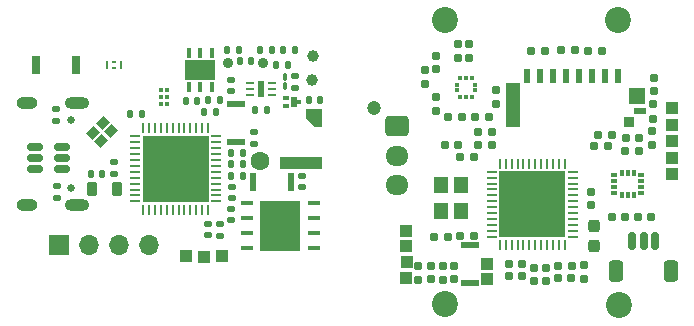
<source format=gbr>
%TF.GenerationSoftware,KiCad,Pcbnew,8.0.5*%
%TF.CreationDate,2025-02-14T01:05:17+01:00*%
%TF.ProjectId,cansatperso,63616e73-6174-4706-9572-736f2e6b6963,rev?*%
%TF.SameCoordinates,Original*%
%TF.FileFunction,Soldermask,Top*%
%TF.FilePolarity,Negative*%
%FSLAX46Y46*%
G04 Gerber Fmt 4.6, Leading zero omitted, Abs format (unit mm)*
G04 Created by KiCad (PCBNEW 8.0.5) date 2025-02-14 01:05:17*
%MOMM*%
%LPD*%
G01*
G04 APERTURE LIST*
G04 Aperture macros list*
%AMRoundRect*
0 Rectangle with rounded corners*
0 $1 Rounding radius*
0 $2 $3 $4 $5 $6 $7 $8 $9 X,Y pos of 4 corners*
0 Add a 4 corners polygon primitive as box body*
4,1,4,$2,$3,$4,$5,$6,$7,$8,$9,$2,$3,0*
0 Add four circle primitives for the rounded corners*
1,1,$1+$1,$2,$3*
1,1,$1+$1,$4,$5*
1,1,$1+$1,$6,$7*
1,1,$1+$1,$8,$9*
0 Add four rect primitives between the rounded corners*
20,1,$1+$1,$2,$3,$4,$5,0*
20,1,$1+$1,$4,$5,$6,$7,0*
20,1,$1+$1,$6,$7,$8,$9,0*
20,1,$1+$1,$8,$9,$2,$3,0*%
%AMRotRect*
0 Rectangle, with rotation*
0 The origin of the aperture is its center*
0 $1 length*
0 $2 width*
0 $3 Rotation angle, in degrees counterclockwise*
0 Add horizontal line*
21,1,$1,$2,0,0,$3*%
%AMOutline4P*
0 Free polygon, 4 corners , with rotation*
0 The origin of the aperture is its center*
0 number of corners: always 4*
0 $1 to $8 corner X, Y*
0 $9 Rotation angle, in degrees counterclockwise*
0 create outline with 4 corners*
4,1,4,$1,$2,$3,$4,$5,$6,$7,$8,$1,$2,$9*%
%AMOutline5P*
0 Free polygon, 5 corners , with rotation*
0 The origin of the aperture is its center*
0 number of corners: always 5*
0 $1 to $10 corner X, Y*
0 $11 Rotation angle, in degrees counterclockwise*
0 create outline with 5 corners*
4,1,5,$1,$2,$3,$4,$5,$6,$7,$8,$9,$10,$1,$2,$11*%
%AMOutline6P*
0 Free polygon, 6 corners , with rotation*
0 The origin of the aperture is its center*
0 number of corners: always 6*
0 $1 to $12 corner X, Y*
0 $13 Rotation angle, in degrees counterclockwise*
0 create outline with 6 corners*
4,1,6,$1,$2,$3,$4,$5,$6,$7,$8,$9,$10,$11,$12,$1,$2,$13*%
%AMOutline7P*
0 Free polygon, 7 corners , with rotation*
0 The origin of the aperture is its center*
0 number of corners: always 7*
0 $1 to $14 corner X, Y*
0 $15 Rotation angle, in degrees counterclockwise*
0 create outline with 7 corners*
4,1,7,$1,$2,$3,$4,$5,$6,$7,$8,$9,$10,$11,$12,$13,$14,$1,$2,$15*%
%AMOutline8P*
0 Free polygon, 8 corners , with rotation*
0 The origin of the aperture is its center*
0 number of corners: always 8*
0 $1 to $16 corner X, Y*
0 $17 Rotation angle, in degrees counterclockwise*
0 create outline with 8 corners*
4,1,8,$1,$2,$3,$4,$5,$6,$7,$8,$9,$10,$11,$12,$13,$14,$15,$16,$1,$2,$17*%
G04 Aperture macros list end*
%ADD10RoundRect,0.150000X0.512500X0.150000X-0.512500X0.150000X-0.512500X-0.150000X0.512500X-0.150000X0*%
%ADD11RoundRect,0.100000X0.100000X-0.217500X0.100000X0.217500X-0.100000X0.217500X-0.100000X-0.217500X0*%
%ADD12RoundRect,0.160000X0.197500X0.160000X-0.197500X0.160000X-0.197500X-0.160000X0.197500X-0.160000X0*%
%ADD13RoundRect,0.160000X-0.197500X-0.160000X0.197500X-0.160000X0.197500X0.160000X-0.197500X0.160000X0*%
%ADD14RoundRect,0.135000X0.185000X-0.135000X0.185000X0.135000X-0.185000X0.135000X-0.185000X-0.135000X0*%
%ADD15RoundRect,0.160000X-0.160000X0.197500X-0.160000X-0.197500X0.160000X-0.197500X0.160000X0.197500X0*%
%ADD16RoundRect,0.140000X-0.170000X0.140000X-0.170000X-0.140000X0.170000X-0.140000X0.170000X0.140000X0*%
%ADD17R,1.500000X0.550000*%
%ADD18RoundRect,0.150000X0.150000X0.625000X-0.150000X0.625000X-0.150000X-0.625000X0.150000X-0.625000X0*%
%ADD19RoundRect,0.250000X0.350000X0.650000X-0.350000X0.650000X-0.350000X-0.650000X0.350000X-0.650000X0*%
%ADD20RoundRect,0.155000X0.155000X-0.212500X0.155000X0.212500X-0.155000X0.212500X-0.155000X-0.212500X0*%
%ADD21RoundRect,0.135000X-0.135000X-0.185000X0.135000X-0.185000X0.135000X0.185000X-0.135000X0.185000X0*%
%ADD22R,1.200000X1.400000*%
%ADD23RoundRect,0.155000X-0.212500X-0.155000X0.212500X-0.155000X0.212500X0.155000X-0.212500X0.155000X0*%
%ADD24RoundRect,0.140000X0.140000X0.170000X-0.140000X0.170000X-0.140000X-0.170000X0.140000X-0.170000X0*%
%ADD25R,1.000000X1.000000*%
%ADD26R,0.550000X1.500000*%
%ADD27RoundRect,0.155000X0.212500X0.155000X-0.212500X0.155000X-0.212500X-0.155000X0.212500X-0.155000X0*%
%ADD28C,1.000000*%
%ADD29RoundRect,0.160000X0.160000X-0.197500X0.160000X0.197500X-0.160000X0.197500X-0.160000X-0.197500X0*%
%ADD30R,0.799999X0.250000*%
%ADD31R,0.610000X1.420000*%
%ADD32RoundRect,0.140000X0.170000X-0.140000X0.170000X0.140000X-0.170000X0.140000X-0.170000X-0.140000X0*%
%ADD33R,1.050000X0.450000*%
%ADD34R,3.450000X4.350000*%
%ADD35RoundRect,0.218750X0.218750X0.381250X-0.218750X0.381250X-0.218750X-0.381250X0.218750X-0.381250X0*%
%ADD36RoundRect,0.135000X0.135000X0.185000X-0.135000X0.185000X-0.135000X-0.185000X0.135000X-0.185000X0*%
%ADD37RoundRect,0.237500X0.237500X-0.287500X0.237500X0.287500X-0.237500X0.287500X-0.237500X-0.287500X0*%
%ADD38RoundRect,0.135000X-0.185000X0.135000X-0.185000X-0.135000X0.185000X-0.135000X0.185000X0.135000X0*%
%ADD39R,0.275000X0.700000*%
%ADD40R,0.450000X0.245000*%
%ADD41C,2.200000*%
%ADD42C,1.200000*%
%ADD43RoundRect,0.250000X-0.725000X0.600000X-0.725000X-0.600000X0.725000X-0.600000X0.725000X0.600000X0*%
%ADD44O,1.950000X1.700000*%
%ADD45RoundRect,0.062500X0.375000X0.062500X-0.375000X0.062500X-0.375000X-0.062500X0.375000X-0.062500X0*%
%ADD46RoundRect,0.062500X0.062500X0.375000X-0.062500X0.375000X-0.062500X-0.375000X0.062500X-0.375000X0*%
%ADD47R,5.600000X5.600000*%
%ADD48R,0.600000X1.250000*%
%ADD49R,1.200000X3.790000*%
%ADD50R,1.450000X1.400000*%
%ADD51R,1.000000X0.600000*%
%ADD52R,0.950000X0.850000*%
%ADD53R,0.300000X0.300000*%
%ADD54R,0.325000X0.300000*%
%ADD55R,0.300000X0.325000*%
%ADD56RoundRect,0.147500X-0.147500X-0.172500X0.147500X-0.172500X0.147500X0.172500X-0.147500X0.172500X0*%
%ADD57Outline5P,-0.650000X0.750000X0.650000X0.750000X0.650000X-0.750000X0.000000X-0.750000X-0.650000X-0.100000X0.000000*%
%ADD58R,3.600000X1.100000*%
%ADD59RoundRect,0.140000X-0.140000X-0.170000X0.140000X-0.170000X0.140000X0.170000X-0.140000X0.170000X0*%
%ADD60R,0.800000X1.600000*%
%ADD61RoundRect,0.062500X-0.375000X-0.062500X0.375000X-0.062500X0.375000X0.062500X-0.375000X0.062500X0*%
%ADD62RoundRect,0.062500X-0.062500X-0.375000X0.062500X-0.375000X0.062500X0.375000X-0.062500X0.375000X0*%
%ADD63R,0.300000X0.850000*%
%ADD64R,2.500000X1.700000*%
%ADD65R,0.500000X0.350000*%
%ADD66R,0.340000X0.330000*%
%ADD67Outline4P,-0.450000X-0.220000X0.450000X-0.220000X0.450000X0.220000X-0.450000X0.220000X270.000000*%
%ADD68R,1.700000X1.700000*%
%ADD69O,1.700000X1.700000*%
%ADD70R,0.575000X0.350000*%
%ADD71R,0.350000X0.575000*%
%ADD72RotRect,0.775000X0.875000X135.000000*%
%ADD73C,1.600000*%
%ADD74C,0.650000*%
%ADD75O,1.800000X1.000000*%
%ADD76O,2.100000X1.000000*%
%ADD77C,0.900000*%
G04 APERTURE END LIST*
D10*
%TO.C,U4*%
X144020000Y-84070000D03*
X144020000Y-83120000D03*
X144020000Y-82170000D03*
X141745000Y-82170000D03*
X141745000Y-83120000D03*
X141745000Y-84070000D03*
%TD*%
D11*
%TO.C,D1*%
X162900000Y-77047500D03*
X162900000Y-76232500D03*
%TD*%
D12*
%TO.C,R26*%
X177897500Y-79680000D03*
X176702500Y-79680000D03*
%TD*%
D13*
%TO.C,R8*%
X183732500Y-74100000D03*
X184927500Y-74100000D03*
%TD*%
D14*
%TO.C,R15*%
X143560000Y-80020000D03*
X143560000Y-79000000D03*
%TD*%
D15*
%TO.C,R14*%
X178490000Y-73432500D03*
X178490000Y-74627500D03*
%TD*%
D16*
%TO.C,C4*%
X158370000Y-76500000D03*
X158370000Y-77460000D03*
%TD*%
D17*
%TO.C,SW1*%
X178570000Y-93725000D03*
X178570000Y-90475000D03*
%TD*%
D18*
%TO.C,U2*%
X194280000Y-90185000D03*
X193280000Y-90185000D03*
X192280000Y-90185000D03*
D19*
X195580000Y-92710000D03*
X190980000Y-92710000D03*
%TD*%
D20*
%TO.C,C7*%
X185020000Y-93557500D03*
X185020000Y-92422500D03*
%TD*%
D21*
%TO.C,R18*%
X162750000Y-73970000D03*
X163770000Y-73970000D03*
%TD*%
D22*
%TO.C,Y1*%
X176110000Y-85390000D03*
X176110000Y-87590000D03*
X177810000Y-87590000D03*
X177810000Y-85390000D03*
%TD*%
D23*
%TO.C,C2*%
X177772500Y-89760000D03*
X178907500Y-89760000D03*
%TD*%
D24*
%TO.C,C16*%
X159340000Y-83660000D03*
X158380000Y-83660000D03*
%TD*%
D25*
%TO.C,REF\u002A\u002A*%
X157580000Y-91440000D03*
%TD*%
D23*
%TO.C,C6*%
X179292500Y-82040000D03*
X180427500Y-82040000D03*
%TD*%
D26*
%TO.C,SW4*%
X160210000Y-85135000D03*
X163460000Y-85135000D03*
%TD*%
D27*
%TO.C,C12*%
X176687500Y-89830000D03*
X175552500Y-89830000D03*
%TD*%
D28*
%TO.C,TP1*%
X165290000Y-74530000D03*
%TD*%
D14*
%TO.C,R6*%
X163770000Y-77240000D03*
X163770000Y-76220000D03*
%TD*%
D25*
%TO.C,*%
X180020000Y-93350000D03*
%TD*%
D13*
%TO.C,R25*%
X178972500Y-79690000D03*
X180167500Y-79690000D03*
%TD*%
D29*
%TO.C,R13*%
X174740000Y-76887500D03*
X174740000Y-75692500D03*
%TD*%
D30*
%TO.C,U2*%
X161840000Y-77770000D03*
X161840000Y-77270001D03*
X161840000Y-76770002D03*
X159939998Y-76770002D03*
X159939998Y-77270001D03*
X159939998Y-77770000D03*
D31*
X160889999Y-77270001D03*
%TD*%
D32*
%TO.C,C21*%
X156430000Y-89670000D03*
X156430000Y-88710000D03*
%TD*%
D25*
%TO.C,*%
X173200000Y-90610000D03*
%TD*%
D23*
%TO.C,C10*%
X181862500Y-93140000D03*
X182997500Y-93140000D03*
%TD*%
D21*
%TO.C,R5*%
X160790000Y-73950000D03*
X161810000Y-73950000D03*
%TD*%
D24*
%TO.C,C15*%
X159350000Y-82710000D03*
X158390000Y-82710000D03*
%TD*%
D33*
%TO.C,IC2*%
X159670000Y-86940000D03*
X159670000Y-88210000D03*
X159670000Y-89480000D03*
X159670000Y-90750000D03*
X165370000Y-90750000D03*
X165370000Y-89480000D03*
X165370000Y-88210000D03*
X165370000Y-86940000D03*
D34*
X162520000Y-88845000D03*
%TD*%
D25*
%TO.C,7*%
X195700000Y-80300000D03*
%TD*%
%TO.C,*%
X179990000Y-92090000D03*
%TD*%
D23*
%TO.C,C1*%
X190569500Y-88132000D03*
X191704500Y-88132000D03*
%TD*%
D25*
%TO.C,8*%
X195700000Y-78900000D03*
%TD*%
%TO.C,4*%
X195700000Y-84500000D03*
%TD*%
D35*
%TO.C,L1*%
X148722500Y-85780000D03*
X146597500Y-85780000D03*
%TD*%
D13*
%TO.C,R2*%
X189082500Y-82130000D03*
X190277500Y-82130000D03*
%TD*%
D36*
%TO.C,R12*%
X157080000Y-79240000D03*
X156060000Y-79240000D03*
%TD*%
D27*
%TO.C,C16*%
X187467500Y-74010000D03*
X186332500Y-74010000D03*
%TD*%
D12*
%TO.C,R23*%
X180457500Y-80940000D03*
X179262500Y-80940000D03*
%TD*%
D37*
%TO.C,D3*%
X189080000Y-90615000D03*
X189080000Y-88865000D03*
%TD*%
D20*
%TO.C,C8*%
X184040000Y-93547500D03*
X184040000Y-92412500D03*
%TD*%
D16*
%TO.C,C6*%
X158370000Y-87450000D03*
X158370000Y-88410000D03*
%TD*%
D15*
%TO.C,R5*%
X194100000Y-78592500D03*
X194100000Y-79787500D03*
%TD*%
D20*
%TO.C,C22*%
X175300000Y-93377500D03*
X175300000Y-92242500D03*
%TD*%
D38*
%TO.C,R14*%
X143590000Y-85530000D03*
X143590000Y-86550000D03*
%TD*%
D39*
%TO.C,FL1*%
X149075000Y-75250000D03*
D40*
X148463000Y-75023000D03*
D39*
X147850000Y-75250000D03*
D40*
X148463000Y-75477000D03*
%TD*%
D12*
%TO.C,R9*%
X192914500Y-82522000D03*
X191719500Y-82522000D03*
%TD*%
D20*
%TO.C,C15*%
X194150000Y-77457500D03*
X194150000Y-76322500D03*
%TD*%
D16*
%TO.C,C17*%
X160300000Y-80940000D03*
X160300000Y-81900000D03*
%TD*%
D29*
%TO.C,R28*%
X174220000Y-93447500D03*
X174220000Y-92252500D03*
%TD*%
D20*
%TO.C,C31*%
X175710000Y-75607500D03*
X175710000Y-74472500D03*
%TD*%
%TO.C,C23*%
X177540000Y-74617500D03*
X177540000Y-73482500D03*
%TD*%
D25*
%TO.C,5*%
X195700000Y-83100000D03*
%TD*%
D41*
%TO.C,H1*%
X176440000Y-95500000D03*
%TD*%
D36*
%TO.C,R4*%
X159030000Y-73970000D03*
X158010000Y-73970000D03*
%TD*%
D42*
%TO.C,J1*%
X170420000Y-78850000D03*
D43*
X172420000Y-80450000D03*
D44*
X172420000Y-82950000D03*
X172420000Y-85450000D03*
%TD*%
D45*
%TO.C,U1*%
X157095000Y-86800000D03*
X157095000Y-86300000D03*
X157095000Y-85800000D03*
X157095000Y-85300000D03*
X157095000Y-84800000D03*
X157095000Y-84300000D03*
X157095000Y-83800000D03*
X157095000Y-83300000D03*
X157095000Y-82800000D03*
X157095000Y-82300000D03*
X157095000Y-81800000D03*
X157095000Y-81300000D03*
D46*
X156407500Y-80612500D03*
X155907500Y-80612500D03*
X155407500Y-80612500D03*
X154907500Y-80612500D03*
X154407500Y-80612500D03*
X153907500Y-80612500D03*
X153407500Y-80612500D03*
X152907500Y-80612500D03*
X152407500Y-80612500D03*
X151907500Y-80612500D03*
X151407500Y-80612500D03*
X150907500Y-80612500D03*
D45*
X150220000Y-81300000D03*
X150220000Y-81800000D03*
X150220000Y-82300000D03*
X150220000Y-82800000D03*
X150220000Y-83300000D03*
X150220000Y-83800000D03*
X150220000Y-84300000D03*
X150220000Y-84800000D03*
X150220000Y-85300000D03*
X150220000Y-85800000D03*
X150220000Y-86300000D03*
X150220000Y-86800000D03*
D46*
X150907500Y-87487500D03*
X151407500Y-87487500D03*
X151907500Y-87487500D03*
X152407500Y-87487500D03*
X152907500Y-87487500D03*
X153407500Y-87487500D03*
X153907500Y-87487500D03*
X154407500Y-87487500D03*
X154907500Y-87487500D03*
X155407500Y-87487500D03*
X155907500Y-87487500D03*
X156407500Y-87487500D03*
D47*
X153657500Y-84050000D03*
%TD*%
D25*
%TO.C,*%
X173216256Y-91960000D03*
%TD*%
D21*
%TO.C,R11*%
X156410000Y-78250000D03*
X157430000Y-78250000D03*
%TD*%
D28*
%TO.C,TP2*%
X165250000Y-76550000D03*
%TD*%
D25*
%TO.C,REF\u002A\u002A*%
X156090000Y-91470000D03*
%TD*%
D23*
%TO.C,C11*%
X186022500Y-93260000D03*
X187157500Y-93260000D03*
%TD*%
D48*
%TO.C,J2*%
X191110000Y-76155000D03*
X190010000Y-76155000D03*
X188910000Y-76155000D03*
X187810000Y-76155000D03*
X186710000Y-76155000D03*
X185610000Y-76155000D03*
X184510000Y-76155000D03*
X183410000Y-76155000D03*
D49*
X182260000Y-78635000D03*
D50*
X192735000Y-77880000D03*
D51*
X192960000Y-79130000D03*
D52*
X192035000Y-80105000D03*
%TD*%
D53*
%TO.C,IC1*%
X152410000Y-77346000D03*
X152410000Y-77933000D03*
X152410000Y-78520000D03*
X152910000Y-77346000D03*
X152910000Y-77933000D03*
X152910000Y-78520000D03*
%TD*%
D16*
%TO.C,C1*%
X148420000Y-83490000D03*
X148420000Y-84450000D03*
%TD*%
D54*
%TO.C,U3*%
X177480000Y-76910000D03*
X177480000Y-77410000D03*
D55*
X177730000Y-77935000D03*
X178230000Y-77935000D03*
X178730000Y-77935000D03*
D54*
X178980000Y-77410000D03*
X178980000Y-76910000D03*
D55*
X178730000Y-76385000D03*
X178230000Y-76385000D03*
X177730000Y-76385000D03*
%TD*%
D25*
%TO.C,6*%
X195700000Y-81700000D03*
%TD*%
D56*
%TO.C,L2*%
X146495000Y-84450000D03*
X147465000Y-84450000D03*
%TD*%
D15*
%TO.C,R27*%
X175670000Y-77932500D03*
X175670000Y-79127500D03*
%TD*%
D57*
%TO.C,BT1*%
X165390000Y-79750000D03*
D58*
X164240000Y-83540000D03*
%TD*%
D15*
%TO.C,R24*%
X180810000Y-77382500D03*
X180810000Y-78577500D03*
%TD*%
D36*
%TO.C,R3*%
X161380000Y-79100000D03*
X160360000Y-79100000D03*
%TD*%
D24*
%TO.C,C8*%
X165890000Y-78250000D03*
X164930000Y-78250000D03*
%TD*%
D15*
%TO.C,R6*%
X193960000Y-80852500D03*
X193960000Y-82047500D03*
%TD*%
D41*
%TO.C,H2*%
X191170000Y-95590000D03*
%TD*%
D20*
%TO.C,C4*%
X188800000Y-87137500D03*
X188800000Y-86002500D03*
%TD*%
D41*
%TO.C,H4*%
X191140000Y-71470000D03*
%TD*%
D59*
%TO.C,C23*%
X149840000Y-79390000D03*
X150800000Y-79390000D03*
%TD*%
D21*
%TO.C,R16*%
X158330000Y-84630000D03*
X159350000Y-84630000D03*
%TD*%
D25*
%TO.C,REF\u002A\u002A*%
X154510000Y-91460000D03*
%TD*%
D60*
%TO.C,ANT1*%
X145230000Y-75260000D03*
X141830000Y-75260000D03*
%TD*%
D32*
%TO.C,C18*%
X158430000Y-86540000D03*
X158430000Y-85580000D03*
%TD*%
D27*
%TO.C,C17*%
X193907500Y-88120000D03*
X192772500Y-88120000D03*
%TD*%
D23*
%TO.C,C9*%
X181872500Y-92090000D03*
X183007500Y-92090000D03*
%TD*%
D61*
%TO.C,U1*%
X180422500Y-84287500D03*
X180422500Y-84787500D03*
X180422500Y-85287500D03*
X180422500Y-85787500D03*
X180422500Y-86287500D03*
X180422500Y-86787500D03*
X180422500Y-87287500D03*
X180422500Y-87787500D03*
X180422500Y-88287500D03*
X180422500Y-88787500D03*
X180422500Y-89287500D03*
X180422500Y-89787500D03*
D62*
X181110000Y-90475000D03*
X181610000Y-90475000D03*
X182110000Y-90475000D03*
X182610000Y-90475000D03*
X183110000Y-90475000D03*
X183610000Y-90475000D03*
X184110000Y-90475000D03*
X184610000Y-90475000D03*
X185110000Y-90475000D03*
X185610000Y-90475000D03*
X186110000Y-90475000D03*
X186610000Y-90475000D03*
D61*
X187297500Y-89787500D03*
X187297500Y-89287500D03*
X187297500Y-88787500D03*
X187297500Y-88287500D03*
X187297500Y-87787500D03*
X187297500Y-87287500D03*
X187297500Y-86787500D03*
X187297500Y-86287500D03*
X187297500Y-85787500D03*
X187297500Y-85287500D03*
X187297500Y-84787500D03*
X187297500Y-84287500D03*
D62*
X186610000Y-83600000D03*
X186110000Y-83600000D03*
X185610000Y-83600000D03*
X185110000Y-83600000D03*
X184610000Y-83600000D03*
X184110000Y-83600000D03*
X183610000Y-83600000D03*
X183110000Y-83600000D03*
X182610000Y-83600000D03*
X182110000Y-83600000D03*
X181610000Y-83600000D03*
X181110000Y-83600000D03*
D47*
X183860000Y-87037500D03*
%TD*%
D27*
%TO.C,C30*%
X177567500Y-82020000D03*
X176432500Y-82020000D03*
%TD*%
D20*
%TO.C,C3*%
X177250000Y-93397500D03*
X177250000Y-92262500D03*
%TD*%
D27*
%TO.C,C13*%
X178917500Y-83080000D03*
X177782500Y-83080000D03*
%TD*%
D32*
%TO.C,C9*%
X164360000Y-85600000D03*
X164360000Y-84640000D03*
%TD*%
D63*
%TO.C,IC3*%
X156710000Y-74200000D03*
X155760000Y-74200000D03*
X154810000Y-74200000D03*
X154810000Y-77100000D03*
X155760000Y-77100000D03*
X156710000Y-77100000D03*
D64*
X155760000Y-75650000D03*
%TD*%
D29*
%TO.C,R12*%
X176270000Y-93435000D03*
X176270000Y-92240000D03*
%TD*%
D41*
%TO.C,H3*%
X176450000Y-71450000D03*
%TD*%
D21*
%TO.C,R17*%
X162180000Y-75250000D03*
X163200000Y-75250000D03*
%TD*%
D29*
%TO.C,R20*%
X188240000Y-93337500D03*
X188240000Y-92142500D03*
%TD*%
D27*
%TO.C,C5*%
X187187500Y-92250000D03*
X186052500Y-92250000D03*
%TD*%
D25*
%TO.C,*%
X173200000Y-93250000D03*
%TD*%
D65*
%TO.C,Q1*%
X163010000Y-78075000D03*
X163010000Y-78725000D03*
D66*
X164090000Y-78400000D03*
D67*
X163700000Y-78400000D03*
%TD*%
D27*
%TO.C,C14*%
X192897500Y-81470000D03*
X191762500Y-81470000D03*
%TD*%
D68*
%TO.C,J3*%
X143770000Y-90515000D03*
D69*
X146310000Y-90515000D03*
X148850000Y-90515000D03*
X151390000Y-90515000D03*
%TD*%
D12*
%TO.C,R10*%
X190627500Y-81150000D03*
X189432500Y-81150000D03*
%TD*%
D24*
%TO.C,C3*%
X160050000Y-74950000D03*
X159090000Y-74950000D03*
%TD*%
D17*
%TO.C,SW5*%
X158775000Y-78550000D03*
X158775000Y-81800000D03*
%TD*%
D70*
%TO.C,IC1*%
X190774000Y-84580000D03*
X190774000Y-85080000D03*
X190774000Y-85580000D03*
X190774000Y-86080000D03*
D71*
X191437000Y-86242000D03*
X191937000Y-86242000D03*
X192437000Y-86242000D03*
D70*
X193100000Y-86080000D03*
X193100000Y-85580000D03*
X193100000Y-85080000D03*
X193100000Y-84580000D03*
D71*
X192437000Y-84418000D03*
X191937000Y-84418000D03*
X191437000Y-84418000D03*
%TD*%
D13*
%TO.C,R7*%
X188582500Y-74030000D03*
X189777500Y-74030000D03*
%TD*%
D32*
%TO.C,C26*%
X157380000Y-89690000D03*
X157380000Y-88730000D03*
%TD*%
D72*
%TO.C,Y1*%
X147323934Y-81714788D03*
X148224788Y-80813934D03*
X147536066Y-80125212D03*
X146635212Y-81026066D03*
%TD*%
D25*
%TO.C,*%
X173200000Y-89320000D03*
%TD*%
D24*
%TO.C,C5*%
X155490000Y-78300000D03*
X154530000Y-78300000D03*
%TD*%
D73*
%TO.C,PA1010D1*%
X160810000Y-83350000D03*
%TD*%
D74*
%TO.C,J4*%
X144775000Y-85700000D03*
X144775000Y-79920000D03*
D75*
X141095000Y-87130000D03*
D76*
X145275000Y-87130000D03*
D75*
X141095000Y-78490000D03*
D76*
X145275000Y-78490000D03*
%TD*%
D77*
%TO.C,SW1*%
X158095000Y-75062500D03*
X161095000Y-75062500D03*
%TD*%
M02*

</source>
